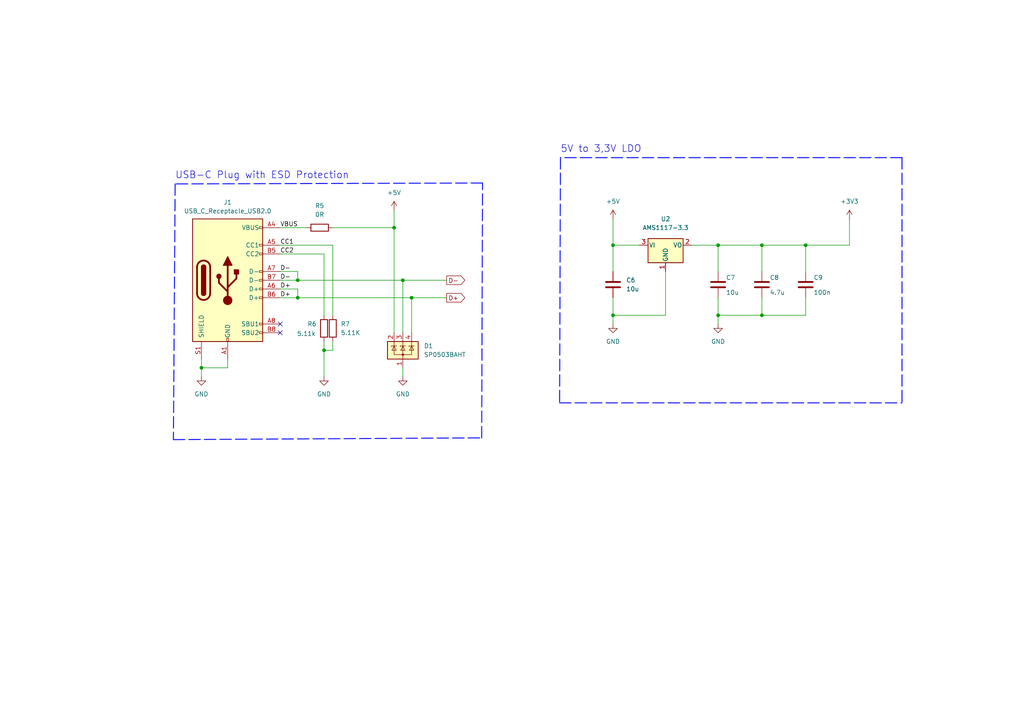
<source format=kicad_sch>
(kicad_sch (version 20211123) (generator eeschema)
  (paper "A4")
  (lib_symbols
    (symbol "Connector:USB_C_Receptacle_USB2.0" (pin_names (offset 1.016))
      (property "Reference" "J" (at -10.16 19.05 0))
      (property "Value" "USB_C_Receptacle_USB2.0" (at 19.05 19.05 0))
      (symbol "USB_C_Receptacle_USB2.0_0_0"
        (rectangle (start -0.254 -17.78) (end 0.254 -16.764))
        (rectangle (start 10.16 -14.986) (end 9.144 -15.494))
        (rectangle (start 10.16 -12.446) (end 9.144 -12.954))
        (rectangle (start 10.16 -4.826) (end 9.144 -5.334))
        (rectangle (start 10.16 -2.286) (end 9.144 -2.794))
        (rectangle (start 10.16 0.254) (end 9.144 -0.254))
        (rectangle (start 10.16 2.794) (end 9.144 2.286))
        (rectangle (start 10.16 7.874) (end 9.144 7.366))
        (rectangle (start 10.16 10.414) (end 9.144 9.906))
        (rectangle (start 10.16 15.494) (end 9.144 14.986))
      )
      (symbol "USB_C_Receptacle_USB2.0_0_1"
        (rectangle (start -10.16 17.78) (end 10.16 -17.78) (stroke (width 0.254)) (fill (type background)))
        (arc (start -8.89 -3.81) (mid -6.985 -5.715) (end -5.08 -3.81) (stroke (width 0.508)))
        (arc (start -7.62 -3.81) (mid -6.985 -4.445) (end -6.35 -3.81) (stroke (width 0.254)))
        (arc (start -7.62 -3.81) (mid -6.985 -4.445) (end -6.35 -3.81) (stroke (width 0.254)) (fill (type outline)))
        (rectangle (start -7.62 -3.81) (end -6.35 3.81) (stroke (width 0.254)) (fill (type outline)))
        (arc (start -6.35 3.81) (mid -6.985 4.445) (end -7.62 3.81) (stroke (width 0.254)))
        (arc (start -6.35 3.81) (mid -6.985 4.445) (end -7.62 3.81) (stroke (width 0.254)) (fill (type outline)))
        (arc (start -5.08 3.81) (mid -6.985 5.715) (end -8.89 3.81) (stroke (width 0.508)))
        (circle (center -2.54 1.143) (radius 0.635) (stroke (width 0.254)) (fill (type outline)))
        (circle (center 0 -5.842) (radius 1.27) (fill (type outline)))
        (polyline (pts (xy -8.89 -3.81) (xy -8.89 3.81)) (stroke (width 0.508)))
        (polyline (pts (xy -5.08 3.81) (xy -5.08 -3.81)) (stroke (width 0.508)))
        (polyline (pts (xy 0 -5.842) (xy 0 4.318)) (stroke (width 0.508)))
        (polyline (pts (xy 0 -3.302) (xy -2.54 -0.762) (xy -2.54 0.508)) (stroke (width 0.508)))
        (polyline (pts (xy 0 -2.032) (xy 2.54 0.508) (xy 2.54 1.778)) (stroke (width 0.508)))
        (polyline (pts (xy -1.27 4.318) (xy 0 6.858) (xy 1.27 4.318) (xy -1.27 4.318)) (stroke (width 0.254)) (fill (type outline)))
        (rectangle (start 1.905 1.778) (end 3.175 3.048) (stroke (width 0.254)) (fill (type outline)))
      )
      (symbol "USB_C_Receptacle_USB2.0_1_1"
        (pin passive line (at 0 -22.86 90) (length 5.08) (name "GND") (number "A1"))
        (pin passive line (at 0 -22.86 90) (length 5.08) hide (name "GND") (number "A12"))
        (pin passive line (at 15.24 15.24 180) (length 5.08) (name "VBUS") (number "A4"))
        (pin bidirectional line (at 15.24 10.16 180) (length 5.08) (name "CC1") (number "A5"))
        (pin bidirectional line (at 15.24 -2.54 180) (length 5.08) (name "D+") (number "A6"))
        (pin bidirectional line (at 15.24 2.54 180) (length 5.08) (name "D-") (number "A7"))
        (pin bidirectional line (at 15.24 -12.7 180) (length 5.08) (name "SBU1") (number "A8"))
        (pin passive line (at 15.24 15.24 180) (length 5.08) hide (name "VBUS") (number "A9"))
        (pin passive line (at 0 -22.86 90) (length 5.08) hide (name "GND") (number "B1"))
        (pin passive line (at 0 -22.86 90) (length 5.08) hide (name "GND") (number "B12"))
        (pin passive line (at 15.24 15.24 180) (length 5.08) hide (name "VBUS") (number "B4"))
        (pin bidirectional line (at 15.24 7.62 180) (length 5.08) (name "CC2") (number "B5"))
        (pin bidirectional line (at 15.24 -5.08 180) (length 5.08) (name "D+") (number "B6"))
        (pin bidirectional line (at 15.24 0 180) (length 5.08) (name "D-") (number "B7"))
        (pin bidirectional line (at 15.24 -15.24 180) (length 5.08) (name "SBU2") (number "B8"))
        (pin passive line (at 15.24 15.24 180) (length 5.08) hide (name "VBUS") (number "B9"))
        (pin passive line (at -7.62 -22.86 90) (length 5.08) (name "SHIELD") (number "S1"))
      )
    )
    (symbol "Device:C" (pin_numbers hide) (pin_names (offset 0.254))
      (property "Reference" "C" (at 0.635 2.54 0))
      (property "Value" "C" (at 0.635 -2.54 0))
      (symbol "C_0_1"
        (polyline (pts (xy -2.032 -0.762) (xy 2.032 -0.762)) (stroke (width 0.508)))
        (polyline (pts (xy -2.032 0.762) (xy 2.032 0.762)) (stroke (width 0.508)))
      )
      (symbol "C_1_1"
        (pin passive line (at 0 3.81 270) (length 2.794) (name "~") (number "1"))
        (pin passive line (at 0 -3.81 90) (length 2.794) (name "~") (number "2"))
      )
    )
    (symbol "Device:R" (pin_numbers hide) (pin_names (offset 0))
      (property "Reference" "R" (at 2.032 0 90))
      (property "Value" "R" (at 0 0 90))
      (symbol "R_0_1"
        (rectangle (start -1.016 -2.54) (end 1.016 2.54) (stroke (width 0.254)))
      )
      (symbol "R_1_1"
        (pin passive line (at 0 3.81 270) (length 1.27) (name "~") (number "1"))
        (pin passive line (at 0 -3.81 90) (length 1.27) (name "~") (number "2"))
      )
    )
    (symbol "Power_Protection:SP0503BAHT" (pin_names hide)
      (property "Reference" "D" (at 5.715 2.54 0))
      (property "Value" "SP0503BAHT" (at 5.715 0.635 0))
      (symbol "SP0503BAHT_0_0"
        (pin passive line (at 0 -5.08 90) (length 2.54) (name "A") (number "1"))
      )
      (symbol "SP0503BAHT_0_1"
        (rectangle (start -4.445 2.54) (end 4.445 -2.54) (stroke (width 0.254)) (fill (type background)))
        (circle (center 0 -1.27) (radius 0.254) (fill (type outline)))
        (polyline (pts (xy -2.54 2.54) (xy -2.54 1.27)))
        (polyline (pts (xy 0 -1.27) (xy 0 -2.54)))
        (polyline (pts (xy 0 -1.27) (xy 0 1.27)))
        (polyline (pts (xy 0 2.54) (xy 0 1.27)))
        (polyline (pts (xy 0.635 1.27) (xy 0.762 1.27)))
        (polyline (pts (xy 2.54 2.54) (xy 2.54 1.27)))
        (polyline (pts (xy 0.635 1.27) (xy -0.762 1.27) (xy -0.762 1.016)))
        (polyline (pts (xy -3.302 1.016) (xy -3.302 1.27) (xy -1.905 1.27) (xy -1.778 1.27)))
        (polyline (pts (xy -2.54 1.27) (xy -2.54 -1.27) (xy 2.54 -1.27) (xy 2.54 1.27)))
        (polyline (pts (xy -2.54 1.27) (xy -1.905 0) (xy -3.175 0) (xy -2.54 1.27)))
        (polyline (pts (xy 0.635 0) (xy -0.635 0) (xy 0 1.27) (xy 0.635 0)))
        (polyline (pts (xy 1.778 1.016) (xy 1.778 1.27) (xy 3.175 1.27) (xy 3.302 1.27)))
        (polyline (pts (xy 2.54 1.27) (xy 1.905 0) (xy 3.175 0) (xy 2.54 1.27)))
      )
      (symbol "SP0503BAHT_1_1"
        (pin passive line (at -2.54 5.08 270) (length 2.54) (name "K") (number "2"))
        (pin passive line (at 0 5.08 270) (length 2.54) (name "K") (number "3"))
        (pin passive line (at 2.54 5.08 270) (length 2.54) (name "K") (number "4"))
      )
    )
    (symbol "Regulator_Linear:AMS1117-3.3" (pin_names (offset 0.254))
      (property "Reference" "U" (at -3.81 3.175 0))
      (property "Value" "AMS1117-3.3" (at 0 3.175 0))
      (symbol "AMS1117-3.3_0_1"
        (rectangle (start -5.08 -5.08) (end 5.08 1.905) (stroke (width 0.254)) (fill (type background)))
      )
      (symbol "AMS1117-3.3_1_1"
        (pin power_in line (at 0 -7.62 90) (length 2.54) (name "GND") (number "1"))
        (pin power_out line (at 7.62 0 180) (length 2.54) (name "VO") (number "2"))
        (pin power_in line (at -7.62 0 0) (length 2.54) (name "VI") (number "3"))
      )
    )
    (symbol "power:+3V3" (power) (pin_names (offset 0))
      (property "Value" "+3V3" (at 0 3.556 0))
      (symbol "+3V3_0_1"
        (polyline (pts (xy -0.762 1.27) (xy 0 2.54)))
        (polyline (pts (xy 0 0) (xy 0 2.54)))
        (polyline (pts (xy 0 2.54) (xy 0.762 1.27)))
      )
      (symbol "+3V3_1_1"
        (pin power_in line (at 0 0 90) (length 0) hide (name "+3V3") (number "1"))
      )
    )
    (symbol "power:+5V" (power) (pin_names (offset 0))
      (property "Value" "+5V" (at 0 3.556 0))
      (symbol "+5V_0_1"
        (polyline (pts (xy -0.762 1.27) (xy 0 2.54)))
        (polyline (pts (xy 0 0) (xy 0 2.54)))
        (polyline (pts (xy 0 2.54) (xy 0.762 1.27)))
      )
      (symbol "+5V_1_1"
        (pin power_in line (at 0 0 90) (length 0) hide (name "+5V") (number "1"))
      )
    )
    (symbol "power:GND" (power) (pin_names (offset 0))
      (property "Value" "GND" (at 0 -3.81 0))
      (symbol "GND_0_1"
        (polyline (pts (xy 0 0) (xy 0 -1.27) (xy 1.27 -1.27) (xy 0 -2.54) (xy -1.27 -1.27) (xy 0 -1.27)))
      )
      (symbol "GND_1_1"
        (pin power_in line (at 0 0 270) (length 0) hide (name "GND") (number "1"))
      )
    )
  )
  (junction (at 86.36 86.36))
  (junction (at 86.36 81.28))
  (junction (at 208.28 91.44))
  (junction (at 220.98 91.44))
  (junction (at 177.8 71.12))
  (junction (at 233.68 71.12))
  (junction (at 220.98 71.12))
  (junction (at 177.8 91.44))
  (junction (at 208.28 71.12))
  (junction (at 119.38 86.36))
  (junction (at 58.42 106.68))
  (junction (at 93.98 101.6))
  (junction (at 116.84 81.28))
  (junction (at 114.3 66.04))
  (no_connect (at 81.28 96.52))
  (no_connect (at 81.28 93.98))
  (wire (pts (xy 96.52 101.6) (xy 93.98 101.6)))
  (wire (pts (xy 177.8 91.44) (xy 193.04 91.44)))
  (wire (pts (xy 86.36 78.74) (xy 81.28 78.74)))
  (wire (pts (xy 177.8 86.36) (xy 177.8 91.44)))
  (wire (pts (xy 81.28 73.66) (xy 93.98 73.66)))
  (wire (pts (xy 220.98 71.12) (xy 233.68 71.12)))
  (wire (pts (xy 58.42 104.14) (xy 58.42 106.68)))
  (wire (pts (xy 81.28 66.04) (xy 88.9 66.04)))
  (wire (pts (xy 246.38 63.5) (xy 246.38 71.12)))
  (wire (pts (xy 86.36 78.74) (xy 86.36 81.28)))
  (polyline (pts (xy 50.292 127.508) (xy 139.7 127)) (stroke (width 0.3) (color 25 28 255 1)))
  (wire (pts (xy 114.3 66.04) (xy 96.52 66.04)))
  (wire (pts (xy 220.98 86.36) (xy 220.98 91.44)))
  (wire (pts (xy 233.68 71.12) (xy 233.68 78.74)))
  (wire (pts (xy 86.36 81.28) (xy 116.84 81.28)))
  (wire (pts (xy 119.38 86.36) (xy 119.38 96.52)))
  (wire (pts (xy 119.38 86.36) (xy 129.54 86.36)))
  (wire (pts (xy 233.68 86.36) (xy 233.68 91.44)))
  (wire (pts (xy 81.28 83.82) (xy 86.36 83.82)))
  (wire (pts (xy 58.42 106.68) (xy 66.04 106.68)))
  (wire (pts (xy 114.3 66.04) (xy 114.3 96.52)))
  (wire (pts (xy 208.28 91.44) (xy 208.28 93.98)))
  (polyline (pts (xy 139.7 127) (xy 139.954 53.086)) (stroke (width 0.3) (color 25 28 255 1)))
  (wire (pts (xy 93.98 99.06) (xy 93.98 101.6)))
  (wire (pts (xy 220.98 71.12) (xy 220.98 78.74)))
  (wire (pts (xy 58.42 106.68) (xy 58.42 109.22)))
  (polyline (pts (xy 162.56 45.72) (xy 162.306 116.84)) (stroke (width 0.3) (color 25 28 255 1)))
  (wire (pts (xy 177.8 71.12) (xy 185.42 71.12)))
  (wire (pts (xy 81.28 86.36) (xy 86.36 86.36)))
  (wire (pts (xy 208.28 71.12) (xy 220.98 71.12)))
  (wire (pts (xy 208.28 71.12) (xy 200.66 71.12)))
  (wire (pts (xy 93.98 101.6) (xy 93.98 109.22)))
  (wire (pts (xy 86.36 86.36) (xy 119.38 86.36)))
  (wire (pts (xy 86.36 83.82) (xy 86.36 86.36)))
  (wire (pts (xy 208.28 91.44) (xy 220.98 91.44)))
  (wire (pts (xy 116.84 81.28) (xy 129.54 81.28)))
  (wire (pts (xy 233.68 71.12) (xy 246.38 71.12)))
  (polyline (pts (xy 162.306 116.84) (xy 261.62 116.84)) (stroke (width 0.3) (color 25 28 255 1)))
  (wire (pts (xy 193.04 78.74) (xy 193.04 91.44)))
  (wire (pts (xy 177.8 71.12) (xy 177.8 78.74)))
  (wire (pts (xy 177.8 63.5) (xy 177.8 71.12)))
  (wire (pts (xy 96.52 99.06) (xy 96.52 101.6)))
  (wire (pts (xy 93.98 73.66) (xy 93.98 91.44)))
  (wire (pts (xy 177.8 91.44) (xy 177.8 93.98)))
  (wire (pts (xy 116.84 81.28) (xy 116.84 96.52)))
  (polyline (pts (xy 139.954 53.086) (xy 50.8 53.34)) (stroke (width 0.3) (color 25 28 255 1)))
  (polyline (pts (xy 50.8 53.34) (xy 50.292 127.508)) (stroke (width 0.3) (color 25 28 255 1)))
  (wire (pts (xy 208.28 86.36) (xy 208.28 91.44)))
  (wire (pts (xy 96.52 71.12) (xy 96.52 91.44)))
  (wire (pts (xy 220.98 91.44) (xy 233.68 91.44)))
  (wire (pts (xy 81.28 81.28) (xy 86.36 81.28)))
  (wire (pts (xy 208.28 78.74) (xy 208.28 71.12)))
  (polyline (pts (xy 261.62 45.72) (xy 261.62 116.84)) (stroke (width 0.3) (color 25 28 255 1)))
  (wire (pts (xy 114.3 60.96) (xy 114.3 66.04)))
  (wire (pts (xy 116.84 106.68) (xy 116.84 109.22)))
  (polyline (pts (xy 261.62 45.72) (xy 162.56 45.72)) (stroke (width 0.3) (color 25 28 255 1)))
  (wire (pts (xy 81.28 71.12) (xy 96.52 71.12)))
  (wire (pts (xy 66.04 106.68) (xy 66.04 104.14)))
  (text "5V to 3,3V LDO " (at 162.56 44.45 0) (effects (font (size 2 2)) (justify left bottom)))
  (text "USB-C Plug with ESD Protection\n" (at 50.8 52.07 0) (effects (font (size 2 2)) (justify left bottom)))
  (label "D+" (at 81.28 83.82 0))
  (label "CC1" (at 81.28 71.12 0))
  (label "D-" (at 81.28 81.28 0))
  (label "D-" (at 81.28 78.74 0))
  (label "D+" (at 81.28 86.36 0))
  (label "VBUS" (at 81.28 66.04 0))
  (label "CC2" (at 81.28 73.66 0))
  (global_label "D-" (shape output) (at 129.54 81.28 0) (property "Intersheet References" "${INTERSHEET_REFS}" (effects hide)))
  (global_label "D+" (shape output) (at 129.54 86.36 0) (property "Intersheet References" "${INTERSHEET_REFS}" (effects hide)))
  (symbol (lib_id "power:+5V") (at 177.8 63.5 0) (unit 1)
    (property "Reference" "#PWR?" (effects hide))
    (property "Value" "+5V" (at 177.8 58.42 0))
  )
  (symbol (lib_id "power:GND") (at 177.8 93.98 0) (unit 1)
    (property "Reference" "#PWR?" (effects hide))
    (property "Value" "GND" (at 177.8 99.06 0))
  )
  (symbol (lib_id "power:GND") (at 116.84 109.22 0) (unit 1)
    (property "Reference" "#PWR?" (effects hide))
    (property "Value" "GND" (at 116.84 114.3 0))
  )
  (symbol (lib_id "power:+3V3") (at 246.38 63.5 0) (unit 1)
    (property "Reference" "#PWR?" (effects hide))
    (property "Value" "+3V3" (at 246.38 58.42 0))
  )
  (symbol (lib_id "Device:C") (at 177.8 82.55 0) (unit 1)
    (property "Reference" "C6" (at 181.61 81.2799 0) (effects (justify left)))
    (property "Value" "10u" (at 181.61 83.8199 0) (effects (justify left)))
    (property "Footprint" "Capacitor_SMD:C_0603_1608Metric" (effects hide))
  )
  (symbol (lib_id "power:GND") (at 93.98 109.22 0) (unit 1)
    (property "Reference" "#PWR?" (effects hide))
    (property "Value" "GND" (at 93.98 114.3 0))
  )
  (symbol (lib_id "Device:C") (at 208.28 82.55 0) (unit 1)
    (property "Reference" "C7" (at 210.566 80.5179 0) (effects (justify left)))
    (property "Value" "10u" (at 210.566 84.836 0) (effects (justify left)))
    (property "Footprint" "Capacitor_SMD:C_0402_1005Metric" (effects hide))
  )
  (symbol (lib_id "power:+5V") (at 114.3 60.96 0) (unit 1)
    (property "Reference" "#PWR?" (effects hide))
    (property "Value" "+5V" (at 114.3 55.88 0))
  )
  (symbol (lib_id "Device:R") (at 92.71 66.04 90) (unit 1)
    (property "Reference" "R5" (at 92.71 59.69 90))
    (property "Value" "0R" (at 92.71 62.23 90))
    (property "Footprint" "Resistor_SMD:R_0805_2012Metric_Pad1.20x1.40mm_HandSolder" (effects hide))
  )
  (symbol (lib_id "Device:C") (at 233.68 82.55 0) (unit 1)
    (property "Reference" "C9" (at 235.966 80.518 0) (effects (justify left)))
    (property "Value" "100n" (at 235.966 84.836 0) (effects (justify left)))
    (property "Footprint" "Capacitor_SMD:C_0402_1005Metric" (effects hide))
  )
  (symbol (lib_id "Power_Protection:SP0503BAHT") (at 116.84 101.6 0) (unit 1)
    (property "Reference" "D1" (at 122.936 100.3299 0) (effects (justify left)))
    (property "Value" "SP0503BAHT" (at 122.936 102.8699 0) (effects (justify left)))
    (property "Footprint" "Package_TO_SOT_SMD:SOT-143" (effects hide))
    (property "Datasheet" "http://www.littelfuse.com/~/media/files/littelfuse/technical%20resources/documents/data%20sheets/sp05xxba.pdf" (effects hide))
  )
  (symbol (lib_id "power:GND") (at 208.28 93.98 0) (unit 1)
    (property "Reference" "#PWR?" (effects hide))
    (property "Value" "GND" (at 208.28 99.06 0))
  )
  (symbol (lib_id "Connector:USB_C_Receptacle_USB2.0") (at 66.04 81.28 0) (unit 1)
    (property "Reference" "J1" (at 66.04 58.674 0))
    (property "Value" "USB_C_Receptacle_USB2.0" (at 66.04 61.214 0))
    (property "Footprint" "Connector_USB:USB_C_Receptacle_JAE_DX07S016JA1R1500" (effects hide))
    (property "Datasheet" "https://www.usb.org/sites/default/files/documents/usb_type-c.zip" (effects hide))
  )
  (symbol (lib_id "Device:R") (at 96.52 95.25 0) (unit 1)
    (property "Reference" "R7" (at 98.806 93.98 0) (effects (justify left)))
    (property "Value" "5.11K" (at 98.806 96.52 0) (effects (justify left)))
    (property "Footprint" "Resistor_SMD:R_0402_1005Metric" (effects hide))
  )
  (symbol (lib_id "power:GND") (at 58.42 109.22 0) (unit 1)
    (property "Reference" "#PWR?" (effects hide))
    (property "Value" "GND" (at 58.42 114.3 0))
  )
  (symbol (lib_id "Device:R") (at 93.98 95.25 0) (unit 1)
    (property "Reference" "R6" (at 89.154 93.98 0) (effects (justify left)))
    (property "Value" "5.11k" (at 86.106 96.774 0) (effects (justify left)))
    (property "Footprint" "Resistor_SMD:R_0402_1005Metric" (effects hide))
  )
  (symbol (lib_id "Device:C") (at 220.98 82.55 0) (unit 1)
    (property "Reference" "C8" (at 223.266 80.518 0) (effects (justify left)))
    (property "Value" "4.7u" (at 223.266 84.836 0) (effects (justify left)))
    (property "Footprint" "Capacitor_SMD:C_0402_1005Metric" (effects hide))
  )
  (symbol (lib_id "Regulator_Linear:AMS1117-3.3") (at 193.04 71.12 0) (unit 1)
    (property "Reference" "U2" (at 193.04 63.5 0))
    (property "Value" "AMS1117-3.3" (at 193.04 66.04 0))
    (property "Footprint" "Package_TO_SOT_SMD:SOT-223-3_TabPin2" (effects hide))
    (property "Datasheet" "http://www.advanced-monolithic.com/pdf/ds1117.pdf" (effects hide))
  )
)
</source>
